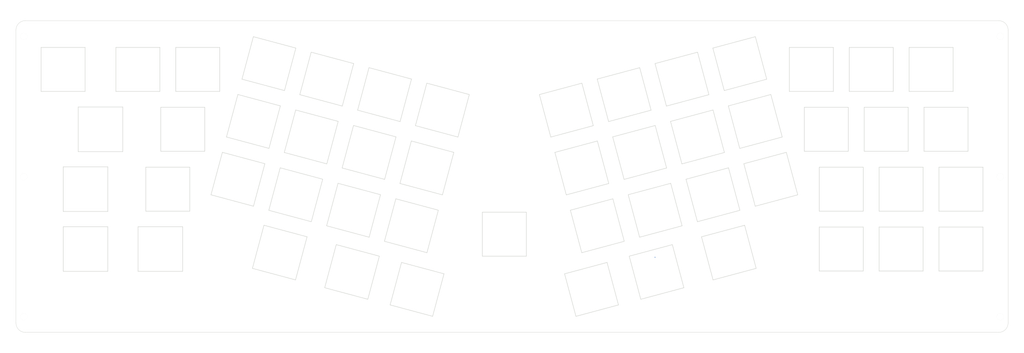
<source format=kicad_pcb>
(kicad_pcb (version 20171130) (host pcbnew "(5.1.5)-3")

  (general
    (thickness 1.6)
    (drawings 55)
    (tracks 1)
    (zones 0)
    (modules 58)
    (nets 2)
  )

  (page A3)
  (layers
    (0 F.Cu signal)
    (31 B.Cu signal)
    (32 B.Adhes user)
    (33 F.Adhes user)
    (34 B.Paste user)
    (35 F.Paste user)
    (36 B.SilkS user)
    (37 F.SilkS user)
    (38 B.Mask user)
    (39 F.Mask user)
    (40 Dwgs.User user)
    (41 Cmts.User user)
    (42 Eco1.User user)
    (43 Eco2.User user)
    (44 Edge.Cuts user)
    (45 Margin user)
    (46 B.CrtYd user)
    (47 F.CrtYd user)
    (48 B.Fab user)
    (49 F.Fab user)
  )

  (setup
    (last_trace_width 0.25)
    (user_trace_width 0.5)
    (user_trace_width 0.5)
    (trace_clearance 0.2)
    (zone_clearance 0.508)
    (zone_45_only no)
    (trace_min 0.2)
    (via_size 0.8)
    (via_drill 0.4)
    (via_min_size 0.4)
    (via_min_drill 0.3)
    (uvia_size 0.3)
    (uvia_drill 0.1)
    (uvias_allowed no)
    (uvia_min_size 0.2)
    (uvia_min_drill 0.1)
    (edge_width 0.1)
    (segment_width 0.2)
    (pcb_text_width 0.3)
    (pcb_text_size 1.5 1.5)
    (mod_edge_width 0.15)
    (mod_text_size 1 1)
    (mod_text_width 0.15)
    (pad_size 2.2 2.2)
    (pad_drill 2.2)
    (pad_to_mask_clearance 0)
    (solder_mask_min_width 0.25)
    (aux_axis_origin 0 0)
    (visible_elements 7FFFFFFF)
    (pcbplotparams
      (layerselection 0x01000_7ffffffe)
      (usegerberextensions true)
      (usegerberattributes false)
      (usegerberadvancedattributes false)
      (creategerberjobfile false)
      (excludeedgelayer true)
      (linewidth 0.100000)
      (plotframeref false)
      (viasonmask false)
      (mode 1)
      (useauxorigin false)
      (hpglpennumber 1)
      (hpglpenspeed 20)
      (hpglpendiameter 15.000000)
      (psnegative false)
      (psa4output false)
      (plotreference true)
      (plotvalue true)
      (plotinvisibletext false)
      (padsonsilk false)
      (subtractmaskfromsilk false)
      (outputformat 4)
      (mirror false)
      (drillshape 0)
      (scaleselection 1)
      (outputdirectory "C:/Users/サリチル酸/Desktop/"))
  )

  (net 0 "")
  (net 1 GND)

  (net_class Default "これはデフォルトのネット クラスです。"
    (clearance 0.2)
    (trace_width 0.25)
    (via_dia 0.8)
    (via_drill 0.4)
    (uvia_dia 0.3)
    (uvia_drill 0.1)
    (add_net GND)
  )

  (module kbd_SW_Hole:SW_Hole (layer F.Cu) (tedit 5CB3579A) (tstamp 60C795DA)
    (at 169.008711 85)
    (path /5C3D9983)
    (fp_text reference SW34 (at 7 8.1) (layer F.SilkS) hide
      (effects (font (size 1 1) (thickness 0.15)))
    )
    (fp_text value SW_PUSH (at -7.4 -8.1) (layer F.Fab) hide
      (effects (font (size 1 1) (thickness 0.15)))
    )
    (fp_line (start 9.525 9.525) (end 9.525 -9.525) (layer F.Fab) (width 0.15))
    (fp_line (start -9.525 9.525) (end 9.525 9.525) (layer F.Fab) (width 0.15))
    (fp_line (start -9.525 -9.525) (end -9.525 9.525) (layer F.Fab) (width 0.15))
    (fp_line (start 9.525 -9.525) (end -9.525 -9.525) (layer F.Fab) (width 0.15))
    (fp_line (start -7 7) (end -7 -7) (layer Edge.Cuts) (width 0.15))
    (fp_line (start 7 7) (end -7 7) (layer Edge.Cuts) (width 0.15))
    (fp_line (start 7 -7) (end 7 7) (layer Edge.Cuts) (width 0.15))
    (fp_line (start -7 -7) (end 7 -7) (layer Edge.Cuts) (width 0.15))
  )

  (module kbd_SW_Hole:SW_Hole_1.25 (layer F.Cu) (tedit 60C7589E) (tstamp 6068A642)
    (at 240.44768 90.858385 15)
    (path /5C3D00BB)
    (fp_text reference SW49 (at 7 8.1 15) (layer F.SilkS) hide
      (effects (font (size 1 1) (thickness 0.15)))
    )
    (fp_text value SW_PUSH (at -7.4 -8.1 15) (layer F.Fab) hide
      (effects (font (size 1 1) (thickness 0.15)))
    )
    (fp_line (start -7.1 -7.1) (end 7.1 -7.1) (layer Edge.Cuts) (width 0.15))
    (fp_line (start 7.1 -7.1) (end 7.1 7.1) (layer Edge.Cuts) (width 0.15))
    (fp_line (start 7.1 7.1) (end -7.1 7.1) (layer Edge.Cuts) (width 0.15))
    (fp_line (start -7.1 7.1) (end -7.1 -7.1) (layer Edge.Cuts) (width 0.15))
    (fp_line (start 11.90625 -9.525) (end -11.90625 -9.525) (layer F.Fab) (width 0.15))
    (fp_line (start -11.90625 -9.525) (end -11.90625 9.525) (layer F.Fab) (width 0.15))
    (fp_line (start -11.90625 9.525) (end 11.90625 9.525) (layer F.Fab) (width 0.15))
    (fp_line (start 11.90625 9.525) (end 11.90625 -9.525) (layer F.Fab) (width 0.15))
  )

  (module kbd_SW_Hole:SW_Hole_1.25 (layer F.Cu) (tedit 60C7589E) (tstamp 5CF70F41)
    (at 217.446571 97.021515 15)
    (path /5CAAE7E7)
    (fp_text reference SW40 (at 7.000001 8.1 15) (layer Edge.Cuts) hide
      (effects (font (size 1 1) (thickness 0.15)))
    )
    (fp_text value SW_PUSH (at -7.4 -8.1 15) (layer F.Fab) hide
      (effects (font (size 1 1) (thickness 0.15)))
    )
    (fp_line (start -7.1 -7.1) (end 7.1 -7.1) (layer Edge.Cuts) (width 0.15))
    (fp_line (start 7.1 -7.1) (end 7.1 7.1) (layer Edge.Cuts) (width 0.15))
    (fp_line (start 7.1 7.1) (end -7.1 7.1) (layer Edge.Cuts) (width 0.15))
    (fp_line (start -7.1 7.1) (end -7.1 -7.1) (layer Edge.Cuts) (width 0.15))
    (fp_line (start 11.90625 -9.525) (end -11.90625 -9.525) (layer F.Fab) (width 0.15))
    (fp_line (start -11.90625 -9.525) (end -11.90625 9.525) (layer F.Fab) (width 0.15))
    (fp_line (start -11.90625 9.525) (end 11.90625 9.525) (layer F.Fab) (width 0.15))
    (fp_line (start 11.90625 9.525) (end 11.90625 -9.525) (layer F.Fab) (width 0.15))
  )

  (module kbd_SW_Hole:SW_Hole_1.25 (layer F.Cu) (tedit 60C7589E) (tstamp 6068A853)
    (at 97.528268 90.858384 345)
    (path /5CAAE814)
    (fp_text reference SW16 (at 7.000001 8.1 345) (layer F.SilkS) hide
      (effects (font (size 1 1) (thickness 0.15)))
    )
    (fp_text value SW_PUSH (at -7.4 -8.1 345) (layer F.Fab) hide
      (effects (font (size 1 1) (thickness 0.15)))
    )
    (fp_line (start -7.1 -7.1) (end 7.1 -7.1) (layer Edge.Cuts) (width 0.15))
    (fp_line (start 7.1 -7.1) (end 7.1 7.1) (layer Edge.Cuts) (width 0.15))
    (fp_line (start 7.1 7.1) (end -7.1 7.1) (layer Edge.Cuts) (width 0.15))
    (fp_line (start -7.1 7.1) (end -7.1 -7.1) (layer Edge.Cuts) (width 0.15))
    (fp_line (start 11.90625 -9.525) (end -11.90625 -9.525) (layer F.Fab) (width 0.15))
    (fp_line (start -11.90625 -9.525) (end -11.90625 9.525) (layer F.Fab) (width 0.15))
    (fp_line (start -11.90625 9.525) (end 11.90625 9.525) (layer F.Fab) (width 0.15))
    (fp_line (start 11.90625 9.525) (end 11.90625 -9.525) (layer F.Fab) (width 0.15))
  )

  (module kbd_SW_Hole:SW_Hole_1.25 (layer F.Cu) (tedit 60C7589E) (tstamp 5D2F4C9A)
    (at 120.529377 97.021514 345)
    (fp_text reference SW2 (at 7.000001 8.1 345) (layer Edge.Cuts) hide
      (effects (font (size 1 1) (thickness 0.15)))
    )
    (fp_text value KEY_SWITCH (at -7.4 -8.1 345) (layer F.Fab) hide
      (effects (font (size 1 1) (thickness 0.15)))
    )
    (fp_line (start -7.1 -7.1) (end 7.1 -7.1) (layer Edge.Cuts) (width 0.15))
    (fp_line (start 7.1 -7.1) (end 7.1 7.1) (layer Edge.Cuts) (width 0.15))
    (fp_line (start 7.1 7.1) (end -7.1 7.1) (layer Edge.Cuts) (width 0.15))
    (fp_line (start -7.1 7.1) (end -7.1 -7.1) (layer Edge.Cuts) (width 0.15))
    (fp_line (start 11.90625 -9.525) (end -11.90625 -9.525) (layer F.Fab) (width 0.15))
    (fp_line (start -11.90625 -9.525) (end -11.90625 9.525) (layer F.Fab) (width 0.15))
    (fp_line (start -11.90625 9.525) (end 11.90625 9.525) (layer F.Fab) (width 0.15))
    (fp_line (start 11.90625 9.525) (end 11.90625 -9.525) (layer F.Fab) (width 0.15))
  )

  (module kbd_SW_Hole:SW_Hole_1.25 (layer F.Cu) (tedit 60C7589E) (tstamp 5CB90BF3)
    (at 59.53125 89.725)
    (path /5CAAE83E)
    (fp_text reference SW7 (at 7 8.1) (layer F.SilkS) hide
      (effects (font (size 1 1) (thickness 0.15)))
    )
    (fp_text value SW_PUSH (at -7.4 -8.1) (layer F.Fab) hide
      (effects (font (size 1 1) (thickness 0.15)))
    )
    (fp_line (start -7.1 -7.1) (end 7.1 -7.1) (layer Edge.Cuts) (width 0.15))
    (fp_line (start 7.1 -7.1) (end 7.1 7.1) (layer Edge.Cuts) (width 0.15))
    (fp_line (start 7.1 7.1) (end -7.1 7.1) (layer Edge.Cuts) (width 0.15))
    (fp_line (start -7.1 7.1) (end -7.1 -7.1) (layer Edge.Cuts) (width 0.15))
    (fp_line (start 11.90625 -9.525) (end -11.90625 -9.525) (layer F.Fab) (width 0.15))
    (fp_line (start -11.90625 -9.525) (end -11.90625 9.525) (layer F.Fab) (width 0.15))
    (fp_line (start -11.90625 9.525) (end 11.90625 9.525) (layer F.Fab) (width 0.15))
    (fp_line (start 11.90625 9.525) (end 11.90625 -9.525) (layer F.Fab) (width 0.15))
  )

  (module kbd_SW_Hole:SW_Hole_1.25 (layer F.Cu) (tedit 60C7589E) (tstamp 60524BCB)
    (at 35.71875 89.725)
    (path /5CAAE83E)
    (fp_text reference SW7 (at 7 8.1) (layer F.SilkS) hide
      (effects (font (size 1 1) (thickness 0.15)))
    )
    (fp_text value SW_PUSH (at -7.4 -8.1) (layer F.Fab) hide
      (effects (font (size 1 1) (thickness 0.15)))
    )
    (fp_line (start -7.1 -7.1) (end 7.1 -7.1) (layer Edge.Cuts) (width 0.15))
    (fp_line (start 7.1 -7.1) (end 7.1 7.1) (layer Edge.Cuts) (width 0.15))
    (fp_line (start 7.1 7.1) (end -7.1 7.1) (layer Edge.Cuts) (width 0.15))
    (fp_line (start -7.1 7.1) (end -7.1 -7.1) (layer Edge.Cuts) (width 0.15))
    (fp_line (start 11.90625 -9.525) (end -11.90625 -9.525) (layer F.Fab) (width 0.15))
    (fp_line (start -11.90625 -9.525) (end -11.90625 9.525) (layer F.Fab) (width 0.15))
    (fp_line (start -11.90625 9.525) (end 11.90625 9.525) (layer F.Fab) (width 0.15))
    (fp_line (start 11.90625 9.525) (end 11.90625 -9.525) (layer F.Fab) (width 0.15))
  )

  (module kbd_SW_Hole:SW_Hole_1.75 (layer F.Cu) (tedit 60C758C9) (tstamp 5CF70F1B)
    (at 35.71875 70.675)
    (path /5CAAE847)
    (fp_text reference SW6 (at 7 8.1) (layer Edge.Cuts) hide
      (effects (font (size 1 1) (thickness 0.15)))
    )
    (fp_text value SW_PUSH (at -7.4 -8.1) (layer F.Fab) hide
      (effects (font (size 1 1) (thickness 0.15)))
    )
    (fp_line (start -7.1 -7.1) (end 7.1 -7.1) (layer Edge.Cuts) (width 0.15))
    (fp_line (start 7.1 -7.1) (end 7.1 7.1) (layer Edge.Cuts) (width 0.15))
    (fp_line (start 7.1 7.1) (end -7.1 7.1) (layer Edge.Cuts) (width 0.15))
    (fp_line (start -7.1 7.1) (end -7.1 -7.1) (layer Edge.Cuts) (width 0.15))
    (fp_line (start 16.66875 -9.525) (end -16.66875 -9.525) (layer F.Fab) (width 0.15))
    (fp_line (start -16.66875 -9.525) (end -16.66875 9.525) (layer F.Fab) (width 0.15))
    (fp_line (start -16.66875 9.525) (end 16.66875 9.525) (layer F.Fab) (width 0.15))
    (fp_line (start 16.66875 9.525) (end 16.66875 -9.525) (layer F.Fab) (width 0.15))
  )

  (module kbd_SW_Hole:SW_Hole_1.75 (layer F.Cu) (tedit 60C758C9) (tstamp 5CB90C09)
    (at 40.48125 51.625)
    (path /5C6AB630)
    (fp_text reference SW5 (at 7 8.1) (layer F.SilkS) hide
      (effects (font (size 1 1) (thickness 0.15)))
    )
    (fp_text value SW_PUSH (at -7.4 -8.1) (layer F.Fab) hide
      (effects (font (size 1 1) (thickness 0.15)))
    )
    (fp_line (start -7.1 -7.1) (end 7.1 -7.1) (layer Edge.Cuts) (width 0.15))
    (fp_line (start 7.1 -7.1) (end 7.1 7.1) (layer Edge.Cuts) (width 0.15))
    (fp_line (start 7.1 7.1) (end -7.1 7.1) (layer Edge.Cuts) (width 0.15))
    (fp_line (start -7.1 7.1) (end -7.1 -7.1) (layer Edge.Cuts) (width 0.15))
    (fp_line (start 16.66875 -9.525) (end -16.66875 -9.525) (layer F.Fab) (width 0.15))
    (fp_line (start -16.66875 -9.525) (end -16.66875 9.525) (layer F.Fab) (width 0.15))
    (fp_line (start -16.66875 9.525) (end 16.66875 9.525) (layer F.Fab) (width 0.15))
    (fp_line (start 16.66875 9.525) (end 16.66875 -9.525) (layer F.Fab) (width 0.15))
  )

  (module kbd_SW_Hole:SW_Hole (layer F.Cu) (tedit 5CB3579A) (tstamp 5CB90A88)
    (at 314.31875 89.725)
    (path /5CAAE781)
    (fp_text reference SW64 (at 7 8.1) (layer F.SilkS) hide
      (effects (font (size 1 1) (thickness 0.15)))
    )
    (fp_text value SW_PUSH (at -7.4 -8.1) (layer F.Fab) hide
      (effects (font (size 1 1) (thickness 0.15)))
    )
    (fp_line (start -7 -7) (end 7 -7) (layer Edge.Cuts) (width 0.15))
    (fp_line (start 7 -7) (end 7 7) (layer Edge.Cuts) (width 0.15))
    (fp_line (start 7 7) (end -7 7) (layer Edge.Cuts) (width 0.15))
    (fp_line (start -7 7) (end -7 -7) (layer Edge.Cuts) (width 0.15))
    (fp_line (start 9.525 -9.525) (end -9.525 -9.525) (layer F.Fab) (width 0.15))
    (fp_line (start -9.525 -9.525) (end -9.525 9.525) (layer F.Fab) (width 0.15))
    (fp_line (start -9.525 9.525) (end 9.525 9.525) (layer F.Fab) (width 0.15))
    (fp_line (start 9.525 9.525) (end 9.525 -9.525) (layer F.Fab) (width 0.15))
  )

  (module kbd_SW_Hole:SW_Hole (layer F.Cu) (tedit 5CB3579A) (tstamp 5CB90A7D)
    (at 314.31875 70.675)
    (path /5CAAE77A)
    (fp_text reference SW63 (at 7 8.1) (layer F.SilkS) hide
      (effects (font (size 1 1) (thickness 0.15)))
    )
    (fp_text value SW_PUSH (at -7.4 -8.1) (layer F.Fab) hide
      (effects (font (size 1 1) (thickness 0.15)))
    )
    (fp_line (start -7 -7) (end 7 -7) (layer Edge.Cuts) (width 0.15))
    (fp_line (start 7 -7) (end 7 7) (layer Edge.Cuts) (width 0.15))
    (fp_line (start 7 7) (end -7 7) (layer Edge.Cuts) (width 0.15))
    (fp_line (start -7 7) (end -7 -7) (layer Edge.Cuts) (width 0.15))
    (fp_line (start 9.525 -9.525) (end -9.525 -9.525) (layer F.Fab) (width 0.15))
    (fp_line (start -9.525 -9.525) (end -9.525 9.525) (layer F.Fab) (width 0.15))
    (fp_line (start -9.525 9.525) (end 9.525 9.525) (layer F.Fab) (width 0.15))
    (fp_line (start 9.525 9.525) (end 9.525 -9.525) (layer F.Fab) (width 0.15))
  )

  (module kbd_SW_Hole:SW_Hole (layer F.Cu) (tedit 5CB3579A) (tstamp 5CB90A72)
    (at 309.56875 51.625)
    (path /5CAAE770)
    (fp_text reference SW62 (at 7 8.1) (layer F.SilkS) hide
      (effects (font (size 1 1) (thickness 0.15)))
    )
    (fp_text value SW_PUSH (at -7.4 -8.1) (layer F.Fab) hide
      (effects (font (size 1 1) (thickness 0.15)))
    )
    (fp_line (start -7 -7) (end 7 -7) (layer Edge.Cuts) (width 0.15))
    (fp_line (start 7 -7) (end 7 7) (layer Edge.Cuts) (width 0.15))
    (fp_line (start 7 7) (end -7 7) (layer Edge.Cuts) (width 0.15))
    (fp_line (start -7 7) (end -7 -7) (layer Edge.Cuts) (width 0.15))
    (fp_line (start 9.525 -9.525) (end -9.525 -9.525) (layer F.Fab) (width 0.15))
    (fp_line (start -9.525 -9.525) (end -9.525 9.525) (layer F.Fab) (width 0.15))
    (fp_line (start -9.525 9.525) (end 9.525 9.525) (layer F.Fab) (width 0.15))
    (fp_line (start 9.525 9.525) (end 9.525 -9.525) (layer F.Fab) (width 0.15))
  )

  (module kbd_SW_Hole:SW_Hole (layer F.Cu) (tedit 5CB3579A) (tstamp 5CB90A67)
    (at 304.81875 32.575)
    (path /5C6AC424)
    (fp_text reference SW61 (at 7 8.1) (layer F.SilkS) hide
      (effects (font (size 1 1) (thickness 0.15)))
    )
    (fp_text value SW_PUSH (at -7.4 -8.1) (layer F.Fab) hide
      (effects (font (size 1 1) (thickness 0.15)))
    )
    (fp_line (start -7 -7) (end 7 -7) (layer Edge.Cuts) (width 0.15))
    (fp_line (start 7 -7) (end 7 7) (layer Edge.Cuts) (width 0.15))
    (fp_line (start 7 7) (end -7 7) (layer Edge.Cuts) (width 0.15))
    (fp_line (start -7 7) (end -7 -7) (layer Edge.Cuts) (width 0.15))
    (fp_line (start 9.525 -9.525) (end -9.525 -9.525) (layer F.Fab) (width 0.15))
    (fp_line (start -9.525 -9.525) (end -9.525 9.525) (layer F.Fab) (width 0.15))
    (fp_line (start -9.525 9.525) (end 9.525 9.525) (layer F.Fab) (width 0.15))
    (fp_line (start 9.525 9.525) (end 9.525 -9.525) (layer F.Fab) (width 0.15))
  )

  (module kbd_SW_Hole:SW_Hole (layer F.Cu) (tedit 5CB3579A) (tstamp 5CB90C14)
    (at 52.3875 32.575)
    (path /5C3DCE96)
    (fp_text reference SW4 (at 7 8.1) (layer F.SilkS) hide
      (effects (font (size 1 1) (thickness 0.15)))
    )
    (fp_text value SW_PUSH (at -7.4 -8.1) (layer F.Fab) hide
      (effects (font (size 1 1) (thickness 0.15)))
    )
    (fp_line (start -7 -7) (end 7 -7) (layer Edge.Cuts) (width 0.15))
    (fp_line (start 7 -7) (end 7 7) (layer Edge.Cuts) (width 0.15))
    (fp_line (start 7 7) (end -7 7) (layer Edge.Cuts) (width 0.15))
    (fp_line (start -7 7) (end -7 -7) (layer Edge.Cuts) (width 0.15))
    (fp_line (start 9.525 -9.525) (end -9.525 -9.525) (layer F.Fab) (width 0.15))
    (fp_line (start -9.525 -9.525) (end -9.525 9.525) (layer F.Fab) (width 0.15))
    (fp_line (start -9.525 9.525) (end 9.525 9.525) (layer F.Fab) (width 0.15))
    (fp_line (start 9.525 9.525) (end 9.525 -9.525) (layer F.Fab) (width 0.15))
  )

  (module kbd_SW_Hole:SW_Hole (layer F.Cu) (tedit 5CB3579A) (tstamp 5CB90A0F)
    (at 196.745574 102.568329 15)
    (path /5C3DF130)
    (fp_text reference SW35 (at 7 8.1 15) (layer F.SilkS) hide
      (effects (font (size 1 1) (thickness 0.15)))
    )
    (fp_text value SW_PUSH (at -7.4 -8.1 15) (layer F.Fab) hide
      (effects (font (size 1 1) (thickness 0.15)))
    )
    (fp_line (start -7 -7) (end 7 -7) (layer Edge.Cuts) (width 0.15))
    (fp_line (start 7 -7) (end 7 7) (layer Edge.Cuts) (width 0.15))
    (fp_line (start 7 7) (end -7 7) (layer Edge.Cuts) (width 0.15))
    (fp_line (start -7 7) (end -7 -7) (layer Edge.Cuts) (width 0.15))
    (fp_line (start 9.525 -9.525) (end -9.525 -9.525) (layer F.Fab) (width 0.15))
    (fp_line (start -9.525 -9.525) (end -9.525 9.525) (layer F.Fab) (width 0.15))
    (fp_line (start -9.525 9.525) (end 9.525 9.525) (layer F.Fab) (width 0.15))
    (fp_line (start 9.525 9.525) (end 9.525 -9.525) (layer F.Fab) (width 0.15))
  )

  (module kbd_SW_Hole:SW_Hole (layer F.Cu) (tedit 5CB3579A) (tstamp 5CB909C2)
    (at 144.353326 63.917617 345)
    (path /5C3DEE7C)
    (fp_text reference SW28 (at 7.000001 8.1 345) (layer F.SilkS) hide
      (effects (font (size 1 1) (thickness 0.15)))
    )
    (fp_text value SW_PUSH (at -7.4 -8.1 345) (layer F.Fab) hide
      (effects (font (size 1 1) (thickness 0.15)))
    )
    (fp_line (start -7 -7) (end 7 -7) (layer Edge.Cuts) (width 0.15))
    (fp_line (start 7 -7) (end 7 7) (layer Edge.Cuts) (width 0.15))
    (fp_line (start 7 7) (end -7 7) (layer Edge.Cuts) (width 0.15))
    (fp_line (start -7 7) (end -7 -7) (layer Edge.Cuts) (width 0.15))
    (fp_line (start 9.525 -9.525) (end -9.525 -9.525) (layer F.Fab) (width 0.15))
    (fp_line (start -9.525 -9.525) (end -9.525 9.525) (layer F.Fab) (width 0.15))
    (fp_line (start -9.525 9.525) (end 9.525 9.525) (layer F.Fab) (width 0.15))
    (fp_line (start 9.525 9.525) (end 9.525 -9.525) (layer F.Fab) (width 0.15))
  )

  (module kbd_SW_Hole:SW_Hole (layer F.Cu) (tedit 5CB3579A) (tstamp 5CB90A3B)
    (at 149.283828 45.51673 345)
    (path /5C3D98D7)
    (fp_text reference SW27 (at 7.000001 8.1 345) (layer F.SilkS) hide
      (effects (font (size 1 1) (thickness 0.15)))
    )
    (fp_text value SW_PUSH (at -7.4 -8.1 345) (layer F.Fab) hide
      (effects (font (size 1 1) (thickness 0.15)))
    )
    (fp_line (start -7 -7) (end 7 -7) (layer Edge.Cuts) (width 0.15))
    (fp_line (start 7 -7) (end 7 7) (layer Edge.Cuts) (width 0.15))
    (fp_line (start 7 7) (end -7 7) (layer Edge.Cuts) (width 0.15))
    (fp_line (start -7 7) (end -7 -7) (layer Edge.Cuts) (width 0.15))
    (fp_line (start 9.525 -9.525) (end -9.525 -9.525) (layer F.Fab) (width 0.15))
    (fp_line (start -9.525 -9.525) (end -9.525 9.525) (layer F.Fab) (width 0.15))
    (fp_line (start -9.525 9.525) (end 9.525 9.525) (layer F.Fab) (width 0.15))
    (fp_line (start 9.525 9.525) (end 9.525 -9.525) (layer F.Fab) (width 0.15))
  )

  (module kbd_SW_Hole:SW_Hole (layer F.Cu) (tedit 5CB3579A) (tstamp 5CB909F9)
    (at 295.26875 89.725)
    (path /5C3DC01F)
    (fp_text reference SW59 (at 7 8.1) (layer F.SilkS) hide
      (effects (font (size 1 1) (thickness 0.15)))
    )
    (fp_text value SW_PUSH (at -7.4 -8.1) (layer F.Fab) hide
      (effects (font (size 1 1) (thickness 0.15)))
    )
    (fp_line (start -7 -7) (end 7 -7) (layer Edge.Cuts) (width 0.15))
    (fp_line (start 7 -7) (end 7 7) (layer Edge.Cuts) (width 0.15))
    (fp_line (start 7 7) (end -7 7) (layer Edge.Cuts) (width 0.15))
    (fp_line (start -7 7) (end -7 -7) (layer Edge.Cuts) (width 0.15))
    (fp_line (start 9.525 -9.525) (end -9.525 -9.525) (layer F.Fab) (width 0.15))
    (fp_line (start -9.525 -9.525) (end -9.525 9.525) (layer F.Fab) (width 0.15))
    (fp_line (start -9.525 9.525) (end 9.525 9.525) (layer F.Fab) (width 0.15))
    (fp_line (start 9.525 9.525) (end 9.525 -9.525) (layer F.Fab) (width 0.15))
  )

  (module kbd_SW_Hole:SW_Hole (layer F.Cu) (tedit 5CB3579A) (tstamp 5CB90C4B)
    (at 216.995485 77.388001 15)
    (path /5CAAE7F0)
    (fp_text reference SW39 (at 7 8.1 15) (layer F.SilkS) hide
      (effects (font (size 1 1) (thickness 0.15)))
    )
    (fp_text value SW_PUSH (at -7.4 -8.1 15) (layer F.Fab) hide
      (effects (font (size 1 1) (thickness 0.15)))
    )
    (fp_line (start -7 -7) (end 7 -7) (layer Edge.Cuts) (width 0.15))
    (fp_line (start 7 -7) (end 7 7) (layer Edge.Cuts) (width 0.15))
    (fp_line (start 7 7) (end -7 7) (layer Edge.Cuts) (width 0.15))
    (fp_line (start -7 7) (end -7 -7) (layer Edge.Cuts) (width 0.15))
    (fp_line (start 9.525 -9.525) (end -9.525 -9.525) (layer F.Fab) (width 0.15))
    (fp_line (start -9.525 -9.525) (end -9.525 9.525) (layer F.Fab) (width 0.15))
    (fp_line (start -9.525 9.525) (end 9.525 9.525) (layer F.Fab) (width 0.15))
    (fp_line (start 9.525 9.525) (end 9.525 -9.525) (layer F.Fab) (width 0.15))
  )

  (module kbd_SW_Hole:SW_Hole (layer F.Cu) (tedit 5CB3579A) (tstamp 5CB90C40)
    (at 89.150665 49.126109 345)
    (path /5CAAE803)
    (fp_text reference SW14 (at 7.000001 8.1 345) (layer F.SilkS) hide
      (effects (font (size 1 1) (thickness 0.15)))
    )
    (fp_text value SW_PUSH (at -7.4 -8.1 345) (layer F.Fab) hide
      (effects (font (size 1 1) (thickness 0.15)))
    )
    (fp_line (start -7 -7) (end 7 -7) (layer Edge.Cuts) (width 0.15))
    (fp_line (start 7 -7) (end 7 7) (layer Edge.Cuts) (width 0.15))
    (fp_line (start 7 7) (end -7 7) (layer Edge.Cuts) (width 0.15))
    (fp_line (start -7 7) (end -7 -7) (layer Edge.Cuts) (width 0.15))
    (fp_line (start 9.525 -9.525) (end -9.525 -9.525) (layer F.Fab) (width 0.15))
    (fp_line (start -9.525 -9.525) (end -9.525 9.525) (layer F.Fab) (width 0.15))
    (fp_line (start -9.525 9.525) (end 9.525 9.525) (layer F.Fab) (width 0.15))
    (fp_line (start 9.525 9.525) (end 9.525 -9.525) (layer F.Fab) (width 0.15))
  )

  (module kbd_SW_Hole:SW_Hole (layer F.Cu) (tedit 5CB3579A) (tstamp 5CB90BDD)
    (at 71.4375 32.575)
    (path /5BF16D93)
    (fp_text reference SW9 (at 7 8.1) (layer F.SilkS) hide
      (effects (font (size 1 1) (thickness 0.15)))
    )
    (fp_text value SW_PUSH (at -7.4 -8.1) (layer F.Fab) hide
      (effects (font (size 1 1) (thickness 0.15)))
    )
    (fp_line (start -7 -7) (end 7 -7) (layer Edge.Cuts) (width 0.15))
    (fp_line (start 7 -7) (end 7 7) (layer Edge.Cuts) (width 0.15))
    (fp_line (start 7 7) (end -7 7) (layer Edge.Cuts) (width 0.15))
    (fp_line (start -7 7) (end -7 -7) (layer Edge.Cuts) (width 0.15))
    (fp_line (start 9.525 -9.525) (end -9.525 -9.525) (layer F.Fab) (width 0.15))
    (fp_line (start -9.525 -9.525) (end -9.525 9.525) (layer F.Fab) (width 0.15))
    (fp_line (start -9.525 9.525) (end 9.525 9.525) (layer F.Fab) (width 0.15))
    (fp_line (start 9.525 9.525) (end 9.525 -9.525) (layer F.Fab) (width 0.15))
  )

  (module kbd_SW_Hole:SW_Hole (layer F.Cu) (tedit 5CB3579A) (tstamp 5CB90BD2)
    (at 66.675 51.625)
    (path /5BF16F8B)
    (fp_text reference SW10 (at 7 8.1) (layer F.SilkS) hide
      (effects (font (size 1 1) (thickness 0.15)))
    )
    (fp_text value SW_PUSH (at -7.4 -8.1) (layer F.Fab) hide
      (effects (font (size 1 1) (thickness 0.15)))
    )
    (fp_line (start -7 -7) (end 7 -7) (layer Edge.Cuts) (width 0.15))
    (fp_line (start 7 -7) (end 7 7) (layer Edge.Cuts) (width 0.15))
    (fp_line (start 7 7) (end -7 7) (layer Edge.Cuts) (width 0.15))
    (fp_line (start -7 7) (end -7 -7) (layer Edge.Cuts) (width 0.15))
    (fp_line (start 9.525 -9.525) (end -9.525 -9.525) (layer F.Fab) (width 0.15))
    (fp_line (start -9.525 -9.525) (end -9.525 9.525) (layer F.Fab) (width 0.15))
    (fp_line (start -9.525 9.525) (end 9.525 9.525) (layer F.Fab) (width 0.15))
    (fp_line (start 9.525 9.525) (end 9.525 -9.525) (layer F.Fab) (width 0.15))
  )

  (module kbd_SW_Hole:SW_Hole (layer F.Cu) (tedit 5CB3579A) (tstamp 5CB90BC7)
    (at 61.9125 70.675)
    (path /5C3DCEFA)
    (fp_text reference SW11 (at 7 8.1) (layer F.SilkS) hide
      (effects (font (size 1 1) (thickness 0.15)))
    )
    (fp_text value SW_PUSH (at -7.4 -8.1) (layer F.Fab) hide
      (effects (font (size 1 1) (thickness 0.15)))
    )
    (fp_line (start -7 -7) (end 7 -7) (layer Edge.Cuts) (width 0.15))
    (fp_line (start 7 -7) (end 7 7) (layer Edge.Cuts) (width 0.15))
    (fp_line (start 7 7) (end -7 7) (layer Edge.Cuts) (width 0.15))
    (fp_line (start -7 7) (end -7 -7) (layer Edge.Cuts) (width 0.15))
    (fp_line (start 9.525 -9.525) (end -9.525 -9.525) (layer F.Fab) (width 0.15))
    (fp_line (start -9.525 -9.525) (end -9.525 9.525) (layer F.Fab) (width 0.15))
    (fp_line (start -9.525 9.525) (end 9.525 9.525) (layer F.Fab) (width 0.15))
    (fp_line (start 9.525 9.525) (end 9.525 -9.525) (layer F.Fab) (width 0.15))
  )

  (module kbd_SW_Hole:SW_Hole (layer F.Cu) (tedit 5CB3579A) (tstamp 5CB90BA6)
    (at 193.664094 63.917618 15)
    (path /5C3CFFD8)
    (fp_text reference SW33 (at 7 8.1 15) (layer F.SilkS) hide
      (effects (font (size 1 1) (thickness 0.15)))
    )
    (fp_text value SW_PUSH (at -7.4 -8.1 15) (layer F.Fab) hide
      (effects (font (size 1 1) (thickness 0.15)))
    )
    (fp_line (start -7 -7) (end 7 -7) (layer Edge.Cuts) (width 0.15))
    (fp_line (start 7 -7) (end 7 7) (layer Edge.Cuts) (width 0.15))
    (fp_line (start 7 7) (end -7 7) (layer Edge.Cuts) (width 0.15))
    (fp_line (start -7 7) (end -7 -7) (layer Edge.Cuts) (width 0.15))
    (fp_line (start 9.525 -9.525) (end -9.525 -9.525) (layer F.Fab) (width 0.15))
    (fp_line (start -9.525 -9.525) (end -9.525 9.525) (layer F.Fab) (width 0.15))
    (fp_line (start -9.525 9.525) (end 9.525 9.525) (layer F.Fab) (width 0.15))
    (fp_line (start 9.525 9.525) (end 9.525 -9.525) (layer F.Fab) (width 0.15))
  )

  (module kbd_SW_Hole:SW_Hole (layer F.Cu) (tedit 5CB3579A) (tstamp 5CB90B9B)
    (at 225.535365 35.655724 15)
    (path /5C3D99DB)
    (fp_text reference SW42 (at 7 8.1 15) (layer F.SilkS) hide
      (effects (font (size 1 1) (thickness 0.15)))
    )
    (fp_text value SW_PUSH (at -7.4 -8.1 15) (layer F.Fab) hide
      (effects (font (size 1 1) (thickness 0.15)))
    )
    (fp_line (start -7 -7) (end 7 -7) (layer Edge.Cuts) (width 0.15))
    (fp_line (start 7 -7) (end 7 7) (layer Edge.Cuts) (width 0.15))
    (fp_line (start 7 7) (end -7 7) (layer Edge.Cuts) (width 0.15))
    (fp_line (start -7 7) (end -7 -7) (layer Edge.Cuts) (width 0.15))
    (fp_line (start 9.525 -9.525) (end -9.525 -9.525) (layer F.Fab) (width 0.15))
    (fp_line (start -9.525 -9.525) (end -9.525 9.525) (layer F.Fab) (width 0.15))
    (fp_line (start -9.525 9.525) (end 9.525 9.525) (layer F.Fab) (width 0.15))
    (fp_line (start 9.525 9.525) (end 9.525 -9.525) (layer F.Fab) (width 0.15))
  )

  (module kbd_SW_Hole:SW_Hole (layer F.Cu) (tedit 5CB3579A) (tstamp 5CB90B90)
    (at 285.76875 32.575)
    (path /5CAAE7B3)
    (fp_text reference SW56 (at 7 8.1) (layer F.SilkS) hide
      (effects (font (size 1 1) (thickness 0.15)))
    )
    (fp_text value SW_PUSH (at -7.4 -8.1) (layer F.Fab) hide
      (effects (font (size 1 1) (thickness 0.15)))
    )
    (fp_line (start -7 -7) (end 7 -7) (layer Edge.Cuts) (width 0.15))
    (fp_line (start 7 -7) (end 7 7) (layer Edge.Cuts) (width 0.15))
    (fp_line (start 7 7) (end -7 7) (layer Edge.Cuts) (width 0.15))
    (fp_line (start -7 7) (end -7 -7) (layer Edge.Cuts) (width 0.15))
    (fp_line (start 9.525 -9.525) (end -9.525 -9.525) (layer F.Fab) (width 0.15))
    (fp_line (start -9.525 -9.525) (end -9.525 9.525) (layer F.Fab) (width 0.15))
    (fp_line (start -9.525 9.525) (end 9.525 9.525) (layer F.Fab) (width 0.15))
    (fp_line (start 9.525 9.525) (end 9.525 -9.525) (layer F.Fab) (width 0.15))
  )

  (module kbd_SW_Hole:SW_Hole (layer F.Cu) (tedit 5CB3579A) (tstamp 5CB90B7A)
    (at 276.21875 89.725)
    (path /5CAAE7C5)
    (fp_text reference SW54 (at 7 8.1) (layer F.SilkS) hide
      (effects (font (size 1 1) (thickness 0.15)))
    )
    (fp_text value SW_PUSH (at -7.4 -8.1) (layer F.Fab) hide
      (effects (font (size 1 1) (thickness 0.15)))
    )
    (fp_line (start -7 -7) (end 7 -7) (layer Edge.Cuts) (width 0.15))
    (fp_line (start 7 -7) (end 7 7) (layer Edge.Cuts) (width 0.15))
    (fp_line (start 7 7) (end -7 7) (layer Edge.Cuts) (width 0.15))
    (fp_line (start -7 7) (end -7 -7) (layer Edge.Cuts) (width 0.15))
    (fp_line (start 9.525 -9.525) (end -9.525 -9.525) (layer F.Fab) (width 0.15))
    (fp_line (start -9.525 -9.525) (end -9.525 9.525) (layer F.Fab) (width 0.15))
    (fp_line (start -9.525 9.525) (end 9.525 9.525) (layer F.Fab) (width 0.15))
    (fp_line (start 9.525 9.525) (end 9.525 -9.525) (layer F.Fab) (width 0.15))
  )

  (module kbd_SW_Hole:SW_Hole (layer F.Cu) (tedit 5CB3579A) (tstamp 5CB90B6F)
    (at 276.21875 70.675)
    (path /5C6AC0DC)
    (fp_text reference SW53 (at 7 8.1) (layer F.SilkS) hide
      (effects (font (size 1 1) (thickness 0.15)))
    )
    (fp_text value SW_PUSH (at -7.4 -8.1) (layer F.Fab) hide
      (effects (font (size 1 1) (thickness 0.15)))
    )
    (fp_line (start -7 -7) (end 7 -7) (layer Edge.Cuts) (width 0.15))
    (fp_line (start 7 -7) (end 7 7) (layer Edge.Cuts) (width 0.15))
    (fp_line (start 7 7) (end -7 7) (layer Edge.Cuts) (width 0.15))
    (fp_line (start -7 7) (end -7 -7) (layer Edge.Cuts) (width 0.15))
    (fp_line (start 9.525 -9.525) (end -9.525 -9.525) (layer F.Fab) (width 0.15))
    (fp_line (start -9.525 -9.525) (end -9.525 9.525) (layer F.Fab) (width 0.15))
    (fp_line (start -9.525 9.525) (end 9.525 9.525) (layer F.Fab) (width 0.15))
    (fp_line (start 9.525 9.525) (end 9.525 -9.525) (layer F.Fab) (width 0.15))
  )

  (module kbd_SW_Hole:SW_Hole (layer F.Cu) (tedit 5CB3579A) (tstamp 5CB90B64)
    (at 84.220162 67.526996 345)
    (path /5CAAE80D)
    (fp_text reference SW15 (at 7.000001 8.1 345) (layer F.SilkS) hide
      (effects (font (size 1 1) (thickness 0.15)))
    )
    (fp_text value SW_PUSH (at -7.4 -8.1 345) (layer F.Fab) hide
      (effects (font (size 1 1) (thickness 0.15)))
    )
    (fp_line (start -7 -7) (end 7 -7) (layer Edge.Cuts) (width 0.15))
    (fp_line (start 7 -7) (end 7 7) (layer Edge.Cuts) (width 0.15))
    (fp_line (start 7 7) (end -7 7) (layer Edge.Cuts) (width 0.15))
    (fp_line (start -7 7) (end -7 -7) (layer Edge.Cuts) (width 0.15))
    (fp_line (start 9.525 -9.525) (end -9.525 -9.525) (layer F.Fab) (width 0.15))
    (fp_line (start -9.525 -9.525) (end -9.525 9.525) (layer F.Fab) (width 0.15))
    (fp_line (start -9.525 9.525) (end 9.525 9.525) (layer F.Fab) (width 0.15))
    (fp_line (start 9.525 9.525) (end 9.525 -9.525) (layer F.Fab) (width 0.15))
  )

  (module kbd_SW_Hole:SW_Hole (layer F.Cu) (tedit 5CB3579A) (tstamp 5CB90B59)
    (at 94.081167 30.725222 345)
    (path /5C6AB742)
    (fp_text reference SW13 (at 7.000001 8.1 345) (layer F.SilkS) hide
      (effects (font (size 1 1) (thickness 0.15)))
    )
    (fp_text value SW_PUSH (at -7.4 -8.1 345) (layer F.Fab) hide
      (effects (font (size 1 1) (thickness 0.15)))
    )
    (fp_line (start -7 -7) (end 7 -7) (layer Edge.Cuts) (width 0.15))
    (fp_line (start 7 -7) (end 7 7) (layer Edge.Cuts) (width 0.15))
    (fp_line (start 7 7) (end -7 7) (layer Edge.Cuts) (width 0.15))
    (fp_line (start -7 7) (end -7 -7) (layer Edge.Cuts) (width 0.15))
    (fp_line (start 9.525 -9.525) (end -9.525 -9.525) (layer F.Fab) (width 0.15))
    (fp_line (start -9.525 -9.525) (end -9.525 9.525) (layer F.Fab) (width 0.15))
    (fp_line (start -9.525 9.525) (end 9.525 9.525) (layer F.Fab) (width 0.15))
    (fp_line (start 9.525 9.525) (end 9.525 -9.525) (layer F.Fab) (width 0.15))
  )

  (module kbd_SW_Hole:SW_Hole (layer F.Cu) (tedit 5CB3579A) (tstamp 5CB90B38)
    (at 253.797259 67.526995 15)
    (path /5CAAE7AC)
    (fp_text reference SW48 (at 7 8.1 15) (layer F.SilkS) hide
      (effects (font (size 1 1) (thickness 0.15)))
    )
    (fp_text value SW_PUSH (at -7.4 -8.1 15) (layer F.Fab) hide
      (effects (font (size 1 1) (thickness 0.15)))
    )
    (fp_line (start -7 -7) (end 7 -7) (layer Edge.Cuts) (width 0.15))
    (fp_line (start 7 -7) (end 7 7) (layer Edge.Cuts) (width 0.15))
    (fp_line (start 7 7) (end -7 7) (layer Edge.Cuts) (width 0.15))
    (fp_line (start -7 7) (end -7 -7) (layer Edge.Cuts) (width 0.15))
    (fp_line (start 9.525 -9.525) (end -9.525 -9.525) (layer F.Fab) (width 0.15))
    (fp_line (start -9.525 -9.525) (end -9.525 9.525) (layer F.Fab) (width 0.15))
    (fp_line (start -9.525 9.525) (end 9.525 9.525) (layer F.Fab) (width 0.15))
    (fp_line (start 9.525 9.525) (end 9.525 -9.525) (layer F.Fab) (width 0.15))
  )

  (module kbd_SW_Hole:SW_Hole (layer F.Cu) (tedit 5CB3579A) (tstamp 5CB90B2D)
    (at 248.866756 49.126108 15)
    (path /5CAAE7A5)
    (fp_text reference SW47 (at 7 8.1 15) (layer F.SilkS) hide
      (effects (font (size 1 1) (thickness 0.15)))
    )
    (fp_text value SW_PUSH (at -7.4 -8.1 15) (layer F.Fab) hide
      (effects (font (size 1 1) (thickness 0.15)))
    )
    (fp_line (start -7 -7) (end 7 -7) (layer Edge.Cuts) (width 0.15))
    (fp_line (start 7 -7) (end 7 7) (layer Edge.Cuts) (width 0.15))
    (fp_line (start 7 7) (end -7 7) (layer Edge.Cuts) (width 0.15))
    (fp_line (start -7 7) (end -7 -7) (layer Edge.Cuts) (width 0.15))
    (fp_line (start 9.525 -9.525) (end -9.525 -9.525) (layer F.Fab) (width 0.15))
    (fp_line (start -9.525 -9.525) (end -9.525 9.525) (layer F.Fab) (width 0.15))
    (fp_line (start -9.525 9.525) (end 9.525 9.525) (layer F.Fab) (width 0.15))
    (fp_line (start 9.525 9.525) (end 9.525 -9.525) (layer F.Fab) (width 0.15))
  )

  (module kbd_SW_Hole:SW_Hole (layer F.Cu) (tedit 5CB3579A) (tstamp 5CB90B22)
    (at 243.936252 30.725222 15)
    (path /5CAAE79B)
    (fp_text reference SW46 (at 7 8.1 15) (layer F.SilkS) hide
      (effects (font (size 1 1) (thickness 0.15)))
    )
    (fp_text value SW_PUSH (at -7.4 -8.1 15) (layer F.Fab) hide
      (effects (font (size 1 1) (thickness 0.15)))
    )
    (fp_line (start -7 -7) (end 7 -7) (layer Edge.Cuts) (width 0.15))
    (fp_line (start 7 -7) (end 7 7) (layer Edge.Cuts) (width 0.15))
    (fp_line (start 7 7) (end -7 7) (layer Edge.Cuts) (width 0.15))
    (fp_line (start -7 7) (end -7 -7) (layer Edge.Cuts) (width 0.15))
    (fp_line (start 9.525 -9.525) (end -9.525 -9.525) (layer F.Fab) (width 0.15))
    (fp_line (start -9.525 -9.525) (end -9.525 9.525) (layer F.Fab) (width 0.15))
    (fp_line (start -9.525 9.525) (end 9.525 9.525) (layer F.Fab) (width 0.15))
    (fp_line (start 9.525 9.525) (end 9.525 -9.525) (layer F.Fab) (width 0.15))
  )

  (module kbd_SW_Hole:SW_Hole (layer F.Cu) (tedit 5CB3579A) (tstamp 5CB90B0C)
    (at 235.396372 72.457498 15)
    (path /5C3DEF56)
    (fp_text reference SW44 (at 7 8.1 15) (layer F.SilkS) hide
      (effects (font (size 1 1) (thickness 0.15)))
    )
    (fp_text value SW_PUSH (at -7.4 -8.1 15) (layer F.Fab) hide
      (effects (font (size 1 1) (thickness 0.15)))
    )
    (fp_line (start -7 -7) (end 7 -7) (layer Edge.Cuts) (width 0.15))
    (fp_line (start 7 -7) (end 7 7) (layer Edge.Cuts) (width 0.15))
    (fp_line (start 7 7) (end -7 7) (layer Edge.Cuts) (width 0.15))
    (fp_line (start -7 7) (end -7 -7) (layer Edge.Cuts) (width 0.15))
    (fp_line (start 9.525 -9.525) (end -9.525 -9.525) (layer F.Fab) (width 0.15))
    (fp_line (start -9.525 -9.525) (end -9.525 9.525) (layer F.Fab) (width 0.15))
    (fp_line (start -9.525 9.525) (end 9.525 9.525) (layer F.Fab) (width 0.15))
    (fp_line (start 9.525 9.525) (end 9.525 -9.525) (layer F.Fab) (width 0.15))
  )

  (module kbd_SW_Hole:SW_Hole (layer F.Cu) (tedit 5CB3579A) (tstamp 5CB90B01)
    (at 230.465869 54.056611 15)
    (path /5C3DF1BE)
    (fp_text reference SW43 (at 7 8.1 15) (layer F.SilkS) hide
      (effects (font (size 1 1) (thickness 0.15)))
    )
    (fp_text value SW_PUSH (at -7.4 -8.1 15) (layer F.Fab) hide
      (effects (font (size 1 1) (thickness 0.15)))
    )
    (fp_line (start -7 -7) (end 7 -7) (layer Edge.Cuts) (width 0.15))
    (fp_line (start 7 -7) (end 7 7) (layer Edge.Cuts) (width 0.15))
    (fp_line (start 7 7) (end -7 7) (layer Edge.Cuts) (width 0.15))
    (fp_line (start -7 7) (end -7 -7) (layer Edge.Cuts) (width 0.15))
    (fp_line (start 9.525 -9.525) (end -9.525 -9.525) (layer F.Fab) (width 0.15))
    (fp_line (start -9.525 -9.525) (end -9.525 9.525) (layer F.Fab) (width 0.15))
    (fp_line (start -9.525 9.525) (end 9.525 9.525) (layer F.Fab) (width 0.15))
    (fp_line (start 9.525 9.525) (end 9.525 -9.525) (layer F.Fab) (width 0.15))
  )

  (module kbd_SW_Hole:SW_Hole (layer F.Cu) (tedit 5CB3579A) (tstamp 5CB90AF6)
    (at 266.71875 32.575)
    (path /5C3DF236)
    (fp_text reference SW51 (at 7 8.1) (layer F.SilkS) hide
      (effects (font (size 1 1) (thickness 0.15)))
    )
    (fp_text value SW_PUSH (at -7.4 -8.1) (layer F.Fab) hide
      (effects (font (size 1 1) (thickness 0.15)))
    )
    (fp_line (start -7 -7) (end 7 -7) (layer Edge.Cuts) (width 0.15))
    (fp_line (start 7 -7) (end 7 7) (layer Edge.Cuts) (width 0.15))
    (fp_line (start 7 7) (end -7 7) (layer Edge.Cuts) (width 0.15))
    (fp_line (start -7 7) (end -7 -7) (layer Edge.Cuts) (width 0.15))
    (fp_line (start 9.525 -9.525) (end -9.525 -9.525) (layer F.Fab) (width 0.15))
    (fp_line (start -9.525 -9.525) (end -9.525 9.525) (layer F.Fab) (width 0.15))
    (fp_line (start -9.525 9.525) (end 9.525 9.525) (layer F.Fab) (width 0.15))
    (fp_line (start 9.525 9.525) (end 9.525 -9.525) (layer F.Fab) (width 0.15))
  )

  (module kbd_SW_Hole:SW_Hole (layer F.Cu) (tedit 5CB3579A) (tstamp 5CB90AEB)
    (at 125.952439 58.987114 345)
    (path /5CAAE81B)
    (fp_text reference SW24 (at 7.000001 8.1 345) (layer F.SilkS) hide
      (effects (font (size 1 1) (thickness 0.15)))
    )
    (fp_text value SW_PUSH (at -7.4 -8.1 345) (layer F.Fab) hide
      (effects (font (size 1 1) (thickness 0.15)))
    )
    (fp_line (start -7 -7) (end 7 -7) (layer Edge.Cuts) (width 0.15))
    (fp_line (start 7 -7) (end 7 7) (layer Edge.Cuts) (width 0.15))
    (fp_line (start 7 7) (end -7 7) (layer Edge.Cuts) (width 0.15))
    (fp_line (start -7 7) (end -7 -7) (layer Edge.Cuts) (width 0.15))
    (fp_line (start 9.525 -9.525) (end -9.525 -9.525) (layer F.Fab) (width 0.15))
    (fp_line (start -9.525 -9.525) (end -9.525 9.525) (layer F.Fab) (width 0.15))
    (fp_line (start -9.525 9.525) (end 9.525 9.525) (layer F.Fab) (width 0.15))
    (fp_line (start 9.525 9.525) (end 9.525 -9.525) (layer F.Fab) (width 0.15))
  )

  (module kbd_SW_Hole:SW_Hole (layer F.Cu) (tedit 5CB3579A) (tstamp 5CB90ACA)
    (at 102.621049 72.457497 345)
    (path /5C3DEE14)
    (fp_text reference SW20 (at 7.000001 8.1 345) (layer F.SilkS) hide
      (effects (font (size 1 1) (thickness 0.15)))
    )
    (fp_text value SW_PUSH (at -7.4 -8.1 345) (layer F.Fab) hide
      (effects (font (size 1 1) (thickness 0.15)))
    )
    (fp_line (start -7 -7) (end 7 -7) (layer Edge.Cuts) (width 0.15))
    (fp_line (start 7 -7) (end 7 7) (layer Edge.Cuts) (width 0.15))
    (fp_line (start 7 7) (end -7 7) (layer Edge.Cuts) (width 0.15))
    (fp_line (start -7 7) (end -7 -7) (layer Edge.Cuts) (width 0.15))
    (fp_line (start 9.525 -9.525) (end -9.525 -9.525) (layer F.Fab) (width 0.15))
    (fp_line (start -9.525 -9.525) (end -9.525 9.525) (layer F.Fab) (width 0.15))
    (fp_line (start -9.525 9.525) (end 9.525 9.525) (layer F.Fab) (width 0.15))
    (fp_line (start 9.525 9.525) (end 9.525 -9.525) (layer F.Fab) (width 0.15))
  )

  (module kbd_SW_Hole:SW_Hole (layer F.Cu) (tedit 5CB3579A) (tstamp 5CB90ABF)
    (at 107.551552 54.05661 345)
    (path /5C3DCFD2)
    (fp_text reference SW19 (at 7.000001 8.1 345) (layer F.SilkS) hide
      (effects (font (size 1 1) (thickness 0.15)))
    )
    (fp_text value SW_PUSH (at -7.4 -8.1 345) (layer F.Fab) hide
      (effects (font (size 1 1) (thickness 0.15)))
    )
    (fp_line (start -7 -7) (end 7 -7) (layer Edge.Cuts) (width 0.15))
    (fp_line (start 7 -7) (end 7 7) (layer Edge.Cuts) (width 0.15))
    (fp_line (start 7 7) (end -7 7) (layer Edge.Cuts) (width 0.15))
    (fp_line (start -7 7) (end -7 -7) (layer Edge.Cuts) (width 0.15))
    (fp_line (start 9.525 -9.525) (end -9.525 -9.525) (layer F.Fab) (width 0.15))
    (fp_line (start -9.525 -9.525) (end -9.525 9.525) (layer F.Fab) (width 0.15))
    (fp_line (start -9.525 9.525) (end 9.525 9.525) (layer F.Fab) (width 0.15))
    (fp_line (start 9.525 9.525) (end 9.525 -9.525) (layer F.Fab) (width 0.15))
  )

  (module kbd_SW_Hole:SW_Hole (layer F.Cu) (tedit 5CB3579A) (tstamp 5CB90AB4)
    (at 112.482055 35.655723 345)
    (path /5C3D9A54)
    (fp_text reference SW18 (at 7.000001 8.1 345) (layer F.SilkS) hide
      (effects (font (size 1 1) (thickness 0.15)))
    )
    (fp_text value SW_PUSH (at -7.4 -8.1 345) (layer F.Fab) hide
      (effects (font (size 1 1) (thickness 0.15)))
    )
    (fp_line (start -7 -7) (end 7 -7) (layer Edge.Cuts) (width 0.15))
    (fp_line (start 7 -7) (end 7 7) (layer Edge.Cuts) (width 0.15))
    (fp_line (start 7 7) (end -7 7) (layer Edge.Cuts) (width 0.15))
    (fp_line (start -7 7) (end -7 -7) (layer Edge.Cuts) (width 0.15))
    (fp_line (start 9.525 -9.525) (end -9.525 -9.525) (layer F.Fab) (width 0.15))
    (fp_line (start -9.525 -9.525) (end -9.525 9.525) (layer F.Fab) (width 0.15))
    (fp_line (start -9.525 9.525) (end 9.525 9.525) (layer F.Fab) (width 0.15))
    (fp_line (start 9.525 9.525) (end 9.525 -9.525) (layer F.Fab) (width 0.15))
  )

  (module kbd_SW_Hole:SW_Hole (layer F.Cu) (tedit 5CB3579A) (tstamp 5CB90A93)
    (at 271.46875 51.625)
    (path /5C3DEFC8)
    (fp_text reference SW52 (at 7 8.1) (layer F.SilkS) hide
      (effects (font (size 1 1) (thickness 0.15)))
    )
    (fp_text value SW_PUSH (at -7.4 -8.1) (layer F.Fab) hide
      (effects (font (size 1 1) (thickness 0.15)))
    )
    (fp_line (start -7 -7) (end 7 -7) (layer Edge.Cuts) (width 0.15))
    (fp_line (start 7 -7) (end 7 7) (layer Edge.Cuts) (width 0.15))
    (fp_line (start 7 7) (end -7 7) (layer Edge.Cuts) (width 0.15))
    (fp_line (start -7 7) (end -7 -7) (layer Edge.Cuts) (width 0.15))
    (fp_line (start 9.525 -9.525) (end -9.525 -9.525) (layer F.Fab) (width 0.15))
    (fp_line (start -9.525 -9.525) (end -9.525 9.525) (layer F.Fab) (width 0.15))
    (fp_line (start -9.525 9.525) (end 9.525 9.525) (layer F.Fab) (width 0.15))
    (fp_line (start 9.525 9.525) (end 9.525 -9.525) (layer F.Fab) (width 0.15))
  )

  (module kbd_SW_Hole:SW_Hole (layer F.Cu) (tedit 5CB3579A) (tstamp 5CB90A51)
    (at 130.882942 40.586226 345)
    (path /5CAAE824)
    (fp_text reference SW23 (at 7.000001 8.1 345) (layer F.SilkS) hide
      (effects (font (size 1 1) (thickness 0.15)))
    )
    (fp_text value SW_PUSH (at -7.4 -8.1 345) (layer F.Fab) hide
      (effects (font (size 1 1) (thickness 0.15)))
    )
    (fp_line (start -7 -7) (end 7 -7) (layer Edge.Cuts) (width 0.15))
    (fp_line (start 7 -7) (end 7 7) (layer Edge.Cuts) (width 0.15))
    (fp_line (start 7 7) (end -7 7) (layer Edge.Cuts) (width 0.15))
    (fp_line (start -7 7) (end -7 -7) (layer Edge.Cuts) (width 0.15))
    (fp_line (start 9.525 -9.525) (end -9.525 -9.525) (layer F.Fab) (width 0.15))
    (fp_line (start -9.525 -9.525) (end -9.525 9.525) (layer F.Fab) (width 0.15))
    (fp_line (start -9.525 9.525) (end 9.525 9.525) (layer F.Fab) (width 0.15))
    (fp_line (start 9.525 9.525) (end 9.525 -9.525) (layer F.Fab) (width 0.15))
  )

  (module kbd_SW_Hole:SW_Hole (layer F.Cu) (tedit 5CB3579A) (tstamp 5CB90A46)
    (at 290.51875 51.625)
    (path /5C3D011D)
    (fp_text reference SW57 (at 7 8.1) (layer F.SilkS) hide
      (effects (font (size 1 1) (thickness 0.15)))
    )
    (fp_text value SW_PUSH (at -7.4 -8.1) (layer F.Fab) hide
      (effects (font (size 1 1) (thickness 0.15)))
    )
    (fp_line (start -7 -7) (end 7 -7) (layer Edge.Cuts) (width 0.15))
    (fp_line (start 7 -7) (end 7 7) (layer Edge.Cuts) (width 0.15))
    (fp_line (start 7 7) (end -7 7) (layer Edge.Cuts) (width 0.15))
    (fp_line (start -7 7) (end -7 -7) (layer Edge.Cuts) (width 0.15))
    (fp_line (start 9.525 -9.525) (end -9.525 -9.525) (layer F.Fab) (width 0.15))
    (fp_line (start -9.525 -9.525) (end -9.525 9.525) (layer F.Fab) (width 0.15))
    (fp_line (start -9.525 9.525) (end 9.525 9.525) (layer F.Fab) (width 0.15))
    (fp_line (start 9.525 9.525) (end 9.525 -9.525) (layer F.Fab) (width 0.15))
  )

  (module kbd_SW_Hole:SW_Hole (layer F.Cu) (tedit 5CB3579A) (tstamp 5CB90A30)
    (at 212.064981 58.987114 15)
    (path /5CAAE7F9)
    (fp_text reference SW38 (at 7 8.1 15) (layer F.SilkS) hide
      (effects (font (size 1 1) (thickness 0.15)))
    )
    (fp_text value SW_PUSH (at -7.4 -8.1 15) (layer F.Fab) hide
      (effects (font (size 1 1) (thickness 0.15)))
    )
    (fp_line (start -7 -7) (end 7 -7) (layer Edge.Cuts) (width 0.15))
    (fp_line (start 7 -7) (end 7 7) (layer Edge.Cuts) (width 0.15))
    (fp_line (start 7 7) (end -7 7) (layer Edge.Cuts) (width 0.15))
    (fp_line (start -7 7) (end -7 -7) (layer Edge.Cuts) (width 0.15))
    (fp_line (start 9.525 -9.525) (end -9.525 -9.525) (layer F.Fab) (width 0.15))
    (fp_line (start -9.525 -9.525) (end -9.525 9.525) (layer F.Fab) (width 0.15))
    (fp_line (start -9.525 9.525) (end 9.525 9.525) (layer F.Fab) (width 0.15))
    (fp_line (start 9.525 9.525) (end 9.525 -9.525) (layer F.Fab) (width 0.15))
  )

  (module kbd_SW_Hole:SW_Hole (layer F.Cu) (tedit 5CB3579A) (tstamp 5CB90A25)
    (at 207.134478 40.586227 15)
    (path /5C6ABDEA)
    (fp_text reference SW37 (at 7 8.1 15) (layer F.SilkS) hide
      (effects (font (size 1 1) (thickness 0.15)))
    )
    (fp_text value SW_PUSH (at -7.4 -8.1 15) (layer F.Fab) hide
      (effects (font (size 1 1) (thickness 0.15)))
    )
    (fp_line (start -7 -7) (end 7 -7) (layer Edge.Cuts) (width 0.15))
    (fp_line (start 7 -7) (end 7 7) (layer Edge.Cuts) (width 0.15))
    (fp_line (start 7 7) (end -7 7) (layer Edge.Cuts) (width 0.15))
    (fp_line (start -7 7) (end -7 -7) (layer Edge.Cuts) (width 0.15))
    (fp_line (start 9.525 -9.525) (end -9.525 -9.525) (layer F.Fab) (width 0.15))
    (fp_line (start -9.525 -9.525) (end -9.525 9.525) (layer F.Fab) (width 0.15))
    (fp_line (start -9.525 9.525) (end 9.525 9.525) (layer F.Fab) (width 0.15))
    (fp_line (start 9.525 9.525) (end 9.525 -9.525) (layer F.Fab) (width 0.15))
  )

  (module kbd_SW_Hole:SW_Hole (layer F.Cu) (tedit 5CB3579A) (tstamp 5CB90A04)
    (at 198.594598 82.318505 15)
    (path /5C3D9983)
    (fp_text reference SW34 (at 7 8.1 15) (layer F.SilkS) hide
      (effects (font (size 1 1) (thickness 0.15)))
    )
    (fp_text value SW_PUSH (at -7.4 -8.1 15) (layer F.Fab) hide
      (effects (font (size 1 1) (thickness 0.15)))
    )
    (fp_line (start -7 -7) (end 7 -7) (layer Edge.Cuts) (width 0.15))
    (fp_line (start 7 -7) (end 7 7) (layer Edge.Cuts) (width 0.15))
    (fp_line (start 7 7) (end -7 7) (layer Edge.Cuts) (width 0.15))
    (fp_line (start -7 7) (end -7 -7) (layer Edge.Cuts) (width 0.15))
    (fp_line (start 9.525 -9.525) (end -9.525 -9.525) (layer F.Fab) (width 0.15))
    (fp_line (start -9.525 -9.525) (end -9.525 9.525) (layer F.Fab) (width 0.15))
    (fp_line (start -9.525 9.525) (end 9.525 9.525) (layer F.Fab) (width 0.15))
    (fp_line (start 9.525 9.525) (end 9.525 -9.525) (layer F.Fab) (width 0.15))
  )

  (module kbd_SW_Hole:SW_Hole (layer F.Cu) (tedit 5CB3579A) (tstamp 5CB909EE)
    (at 188.733591 45.51673 15)
    (path /5CAAE7E0)
    (fp_text reference SW32 (at 7 8.1 15) (layer F.SilkS) hide
      (effects (font (size 1 1) (thickness 0.15)))
    )
    (fp_text value SW_PUSH (at -7.4 -8.1 15) (layer F.Fab) hide
      (effects (font (size 1 1) (thickness 0.15)))
    )
    (fp_line (start -7 -7) (end 7 -7) (layer Edge.Cuts) (width 0.15))
    (fp_line (start 7 -7) (end 7 7) (layer Edge.Cuts) (width 0.15))
    (fp_line (start 7 7) (end -7 7) (layer Edge.Cuts) (width 0.15))
    (fp_line (start -7 7) (end -7 -7) (layer Edge.Cuts) (width 0.15))
    (fp_line (start 9.525 -9.525) (end -9.525 -9.525) (layer F.Fab) (width 0.15))
    (fp_line (start -9.525 -9.525) (end -9.525 9.525) (layer F.Fab) (width 0.15))
    (fp_line (start -9.525 9.525) (end 9.525 9.525) (layer F.Fab) (width 0.15))
    (fp_line (start 9.525 9.525) (end 9.525 -9.525) (layer F.Fab) (width 0.15))
  )

  (module kbd_SW_Hole:SW_Hole (layer F.Cu) (tedit 5CB3579A) (tstamp 5CB909D8)
    (at 141.230374 102.568329 345)
    (path /5CAAE7CF)
    (fp_text reference SW30 (at 7.000001 8.1 345) (layer F.SilkS) hide
      (effects (font (size 1 1) (thickness 0.15)))
    )
    (fp_text value SW_PUSH (at -7.4 -8.1 345) (layer F.Fab) hide
      (effects (font (size 1 1) (thickness 0.15)))
    )
    (fp_line (start -7 -7) (end 7 -7) (layer Edge.Cuts) (width 0.15))
    (fp_line (start 7 -7) (end 7 7) (layer Edge.Cuts) (width 0.15))
    (fp_line (start 7 7) (end -7 7) (layer Edge.Cuts) (width 0.15))
    (fp_line (start -7 7) (end -7 -7) (layer Edge.Cuts) (width 0.15))
    (fp_line (start 9.525 -9.525) (end -9.525 -9.525) (layer F.Fab) (width 0.15))
    (fp_line (start -9.525 -9.525) (end -9.525 9.525) (layer F.Fab) (width 0.15))
    (fp_line (start -9.525 9.525) (end 9.525 9.525) (layer F.Fab) (width 0.15))
    (fp_line (start 9.525 9.525) (end 9.525 -9.525) (layer F.Fab) (width 0.15))
  )

  (module kbd_SW_Hole:SW_Hole (layer F.Cu) (tedit 5CB3579A) (tstamp 5CB909CD)
    (at 139.422823 82.318504 345)
    (path /5C6ABB12)
    (fp_text reference SW29 (at 7.000001 8.1 345) (layer F.SilkS) hide
      (effects (font (size 1 1) (thickness 0.15)))
    )
    (fp_text value SW_PUSH (at -7.4 -8.1 345) (layer F.Fab) hide
      (effects (font (size 1 1) (thickness 0.15)))
    )
    (fp_line (start -7 -7) (end 7 -7) (layer Edge.Cuts) (width 0.15))
    (fp_line (start 7 -7) (end 7 7) (layer Edge.Cuts) (width 0.15))
    (fp_line (start 7 7) (end -7 7) (layer Edge.Cuts) (width 0.15))
    (fp_line (start -7 7) (end -7 -7) (layer Edge.Cuts) (width 0.15))
    (fp_line (start 9.525 -9.525) (end -9.525 -9.525) (layer F.Fab) (width 0.15))
    (fp_line (start -9.525 -9.525) (end -9.525 9.525) (layer F.Fab) (width 0.15))
    (fp_line (start -9.525 9.525) (end 9.525 9.525) (layer F.Fab) (width 0.15))
    (fp_line (start 9.525 9.525) (end 9.525 -9.525) (layer F.Fab) (width 0.15))
  )

  (module kbd_SW_Hole:SW_Hole (layer F.Cu) (tedit 5CB3579A) (tstamp 5CB909A1)
    (at 121.021936 77.388001 345)
    (path /5C3CFF74)
    (fp_text reference SW25 (at 7.000001 8.1 345) (layer F.SilkS) hide
      (effects (font (size 1 1) (thickness 0.15)))
    )
    (fp_text value SW_PUSH (at -7.4 -8.1 345) (layer F.Fab) hide
      (effects (font (size 1 1) (thickness 0.15)))
    )
    (fp_line (start -7 -7) (end 7 -7) (layer Edge.Cuts) (width 0.15))
    (fp_line (start 7 -7) (end 7 7) (layer Edge.Cuts) (width 0.15))
    (fp_line (start 7 7) (end -7 7) (layer Edge.Cuts) (width 0.15))
    (fp_line (start -7 7) (end -7 -7) (layer Edge.Cuts) (width 0.15))
    (fp_line (start 9.525 -9.525) (end -9.525 -9.525) (layer F.Fab) (width 0.15))
    (fp_line (start -9.525 -9.525) (end -9.525 9.525) (layer F.Fab) (width 0.15))
    (fp_line (start -9.525 9.525) (end 9.525 9.525) (layer F.Fab) (width 0.15))
    (fp_line (start 9.525 9.525) (end 9.525 -9.525) (layer F.Fab) (width 0.15))
  )

  (module kbd_SW_Hole:SW_Hole (layer F.Cu) (tedit 5CB3579A) (tstamp 5CB90996)
    (at 295.26875 70.675)
    (path /5C3DF0B6)
    (fp_text reference SW58 (at 7 8.1) (layer F.SilkS) hide
      (effects (font (size 1 1) (thickness 0.15)))
    )
    (fp_text value SW_PUSH (at -7.4 -8.1) (layer F.Fab) hide
      (effects (font (size 1 1) (thickness 0.15)))
    )
    (fp_line (start -7 -7) (end 7 -7) (layer Edge.Cuts) (width 0.15))
    (fp_line (start 7 -7) (end 7 7) (layer Edge.Cuts) (width 0.15))
    (fp_line (start 7 7) (end -7 7) (layer Edge.Cuts) (width 0.15))
    (fp_line (start -7 7) (end -7 -7) (layer Edge.Cuts) (width 0.15))
    (fp_line (start 9.525 -9.525) (end -9.525 -9.525) (layer F.Fab) (width 0.15))
    (fp_line (start -9.525 -9.525) (end -9.525 9.525) (layer F.Fab) (width 0.15))
    (fp_line (start -9.525 9.525) (end 9.525 9.525) (layer F.Fab) (width 0.15))
    (fp_line (start 9.525 9.525) (end 9.525 -9.525) (layer F.Fab) (width 0.15))
  )

  (module kbd_SW_Hole:SW_Hole (layer F.Cu) (tedit 5CB3579A) (tstamp 608704FB)
    (at 28.575 32.575)
    (path /5C3DCE96)
    (fp_text reference SW4 (at 7 8.1) (layer F.SilkS) hide
      (effects (font (size 1 1) (thickness 0.15)))
    )
    (fp_text value SW_PUSH (at -7.4 -8.1) (layer F.Fab) hide
      (effects (font (size 1 1) (thickness 0.15)))
    )
    (fp_line (start -7 -7) (end 7 -7) (layer Edge.Cuts) (width 0.15))
    (fp_line (start 7 -7) (end 7 7) (layer Edge.Cuts) (width 0.15))
    (fp_line (start 7 7) (end -7 7) (layer Edge.Cuts) (width 0.15))
    (fp_line (start -7 7) (end -7 -7) (layer Edge.Cuts) (width 0.15))
    (fp_line (start 9.525 -9.525) (end -9.525 -9.525) (layer F.Fab) (width 0.15))
    (fp_line (start -9.525 -9.525) (end -9.525 9.525) (layer F.Fab) (width 0.15))
    (fp_line (start -9.525 9.525) (end 9.525 9.525) (layer F.Fab) (width 0.15))
    (fp_line (start 9.525 9.525) (end 9.525 -9.525) (layer F.Fab) (width 0.15))
  )

  (module kbd:HOLE_m2_a (layer F.Cu) (tedit 5DA73E67) (tstamp 6052BC79)
    (at 16.075 111.25)
    (descr "Mounting Hole 2.2mm, no annular, M2")
    (tags "mounting hole 2.2mm no annular m2")
    (attr virtual)
    (fp_text reference Ref** (at 0 -3.2) (layer F.Fab) hide
      (effects (font (size 1 1) (thickness 0.15)))
    )
    (fp_text value Val** (at 0 3.2) (layer F.Fab) hide
      (effects (font (size 1 1) (thickness 0.15)))
    )
    (fp_text user %R (at 0.3 0) (layer F.Fab) hide
      (effects (font (size 1 1) (thickness 0.15)))
    )
    (fp_circle (center 0 0) (end 1.1 0) (layer Edge.Cuts) (width 0.01))
  )

  (module kbd:HOLE_m2_a (layer F.Cu) (tedit 5DA73E67) (tstamp 6052BC74)
    (at 16.075 66.7)
    (descr "Mounting Hole 2.2mm, no annular, M2")
    (tags "mounting hole 2.2mm no annular m2")
    (attr virtual)
    (fp_text reference Ref** (at 0 -3.2) (layer F.Fab) hide
      (effects (font (size 1 1) (thickness 0.15)))
    )
    (fp_text value Val** (at 0 3.2) (layer F.Fab) hide
      (effects (font (size 1 1) (thickness 0.15)))
    )
    (fp_text user %R (at 0.3 0) (layer F.Fab) hide
      (effects (font (size 1 1) (thickness 0.15)))
    )
    (fp_circle (center 0 0) (end 1.1 0) (layer Edge.Cuts) (width 0.01))
  )

  (module kbd:HOLE_m2_a (layer F.Cu) (tedit 5DA73E67) (tstamp 6052BC6F)
    (at 16.075 22.05)
    (descr "Mounting Hole 2.2mm, no annular, M2")
    (tags "mounting hole 2.2mm no annular m2")
    (autoplace_cost90 1)
    (attr virtual)
    (fp_text reference Ref** (at 0 -3.2) (layer F.Fab) hide
      (effects (font (size 1 1) (thickness 0.15)))
    )
    (fp_text value Val** (at 0 3.2) (layer F.Fab) hide
      (effects (font (size 1 1) (thickness 0.15)))
    )
    (fp_circle (center 0 0) (end 1.1 0) (layer Edge.Cuts) (width 0.01))
    (fp_text user %R (at 0.3 0) (layer F.Fab) hide
      (effects (font (size 1 1) (thickness 0.15)))
    )
  )

  (module kbd:HOLE_m2_a (layer F.Cu) (tedit 5DA73E67) (tstamp 6052BB96)
    (at 326.825 111.25)
    (descr "Mounting Hole 2.2mm, no annular, M2")
    (tags "mounting hole 2.2mm no annular m2")
    (attr virtual)
    (fp_text reference Ref** (at 0 -3.2) (layer F.Fab) hide
      (effects (font (size 1 1) (thickness 0.15)))
    )
    (fp_text value Val** (at 0 3.2) (layer F.Fab) hide
      (effects (font (size 1 1) (thickness 0.15)))
    )
    (fp_circle (center 0 0) (end 1.1 0) (layer Edge.Cuts) (width 0.01))
    (fp_text user %R (at 0.3 0) (layer F.Fab) hide
      (effects (font (size 1 1) (thickness 0.15)))
    )
  )

  (module kbd:HOLE_m2_a (layer F.Cu) (tedit 5DA73E67) (tstamp 6052BB8C)
    (at 326.825 66.7)
    (descr "Mounting Hole 2.2mm, no annular, M2")
    (tags "mounting hole 2.2mm no annular m2")
    (attr virtual)
    (fp_text reference Ref** (at 0 -3.2) (layer F.Fab) hide
      (effects (font (size 1 1) (thickness 0.15)))
    )
    (fp_text value Val** (at 0 3.2) (layer F.Fab) hide
      (effects (font (size 1 1) (thickness 0.15)))
    )
    (fp_circle (center 0 0) (end 1.1 0) (layer Edge.Cuts) (width 0.01))
    (fp_text user %R (at 0.3 0) (layer F.Fab) hide
      (effects (font (size 1 1) (thickness 0.15)))
    )
  )

  (module kbd:HOLE_m2_a (layer F.Cu) (tedit 5DA73E67) (tstamp 6052BB7C)
    (at 326.825 22.05)
    (descr "Mounting Hole 2.2mm, no annular, M2")
    (tags "mounting hole 2.2mm no annular m2")
    (autoplace_cost90 1)
    (attr virtual)
    (fp_text reference Ref** (at 0 -3.2) (layer F.Fab) hide
      (effects (font (size 1 1) (thickness 0.15)))
    )
    (fp_text value Val** (at 0 3.2) (layer F.Fab) hide
      (effects (font (size 1 1) (thickness 0.15)))
    )
    (fp_circle (center 0 0) (end 1.1 0) (layer Edge.Cuts) (width 0.01))
    (fp_text user %R (at 0.3 0) (layer F.Fab) hide
      (effects (font (size 1 1) (thickness 0.15)))
    )
  )

  (gr_circle (center 169.008711 85) (end 184.008711 85) (layer F.Fab) (width 0.1))
  (gr_line (start 10.075 122.75) (end 8.575 121.25) (layer F.Fab) (width 0.15) (tstamp 60883451))
  (gr_line (start 334.325 12.05) (end 332.825 10.55) (layer F.Fab) (width 0.15) (tstamp 60883444))
  (gr_line (start 8.575 12.05) (end 10.075 10.55) (layer F.Fab) (width 0.15) (tstamp 60883437))
  (gr_line (start 332.825 122.75) (end 334.325 121.25) (layer F.Fab) (width 0.15))
  (gr_circle (center 108.575 13.05) (end 109.675 13.05) (layer F.Fab) (width 0.1) (tstamp 60883417))
  (gr_circle (center 108.575 120.25) (end 109.675 120.25) (layer F.Fab) (width 0.1) (tstamp 60883416))
  (gr_circle (center 234.325 13.05) (end 235.425 13.05) (layer F.Fab) (width 0.1) (tstamp 60883412))
  (gr_circle (center 234.325 120.25) (end 235.425 120.25) (layer F.Fab) (width 0.1) (tstamp 60883411))
  (gr_circle (center 11.075 13.05) (end 12.175 13.05) (layer F.Fab) (width 0.1) (tstamp 608833B3))
  (gr_circle (center 11.075 66.7) (end 12.175 66.7) (layer F.Fab) (width 0.1) (tstamp 608833B2))
  (gr_circle (center 11.075 120.25) (end 12.175 120.25) (layer F.Fab) (width 0.1) (tstamp 608833B1))
  (gr_circle (center 331.825 13.05) (end 332.925 13.05) (layer F.Fab) (width 0.1) (tstamp 608833AB))
  (gr_circle (center 331.825 66.7) (end 332.925 66.7) (layer F.Fab) (width 0.1) (tstamp 6088339D))
  (gr_circle (center 331.825 120.25) (end 332.925 120.25) (layer F.Fab) (width 0.1))
  (gr_line (start 10.075 122.75) (end 332.825 122.75) (layer F.Fab) (width 0.15))
  (gr_line (start 8.575 12.05) (end 8.575 121.25) (layer F.Fab) (width 0.15))
  (gr_line (start 332.825 10.55) (end 10.075 10.55) (layer F.Fab) (width 0.15))
  (gr_line (start 334.325 121.25) (end 334.325 12.05) (layer F.Fab) (width 0.15))
  (gr_line (start 78.575 17.55) (end 78.575 20.55) (layer F.Fab) (width 0.15) (tstamp 60882895))
  (gr_line (start 10.45 17.55) (end 78.575 17.55) (layer F.Fab) (width 0.15))
  (gr_line (start 264.325 17.55) (end 264.325 20.55) (layer F.Fab) (width 0.15))
  (gr_line (start 332.4 17.55) (end 264.325 17.55) (layer F.Fab) (width 0.15))
  (gr_arc (start 16.575 113.75) (end 13.575 113.75) (angle -90) (layer F.Fab) (width 0.15) (tstamp 6088250D))
  (gr_arc (start 16.575 19.55) (end 16.575 16.55) (angle -90) (layer F.Fab) (width 0.15) (tstamp 608824F3))
  (gr_arc (start 326.325 19.55) (end 329.325 19.55) (angle -90) (layer F.Fab) (width 0.15) (tstamp 608824BE))
  (gr_arc (start 326.325 113.75) (end 326.325 116.75) (angle -90) (layer F.Fab) (width 0.15) (tstamp 6088248E))
  (gr_line (start 16.575 116.75) (end 326.325 116.75) (layer F.Fab) (width 0.15) (tstamp 60882425))
  (gr_line (start 16.575 16.55) (end 326.325 16.55) (layer F.Fab) (width 0.15))
  (gr_text "Put the ProMicro between here and there." (at 332 34.15 270) (layer F.Fab) (tstamp 60688E07)
    (effects (font (size 1 1) (thickness 0.15)))
  )
  (gr_text "Put the ProMicro between here and there." (at 10.8 34.05 90) (layer F.Fab) (tstamp 60688DD0)
    (effects (font (size 1 1) (thickness 0.15)))
  )
  (gr_line (start 78.575 20.55) (end 264.325 20.55) (layer F.Fab) (width 0.15) (tstamp 60688D89))
  (gr_line (start 10.45 50.55) (end 332.4 50.55) (layer F.Fab) (width 0.15))
  (gr_arc (start 321.325 20.05) (end 324.325 20.05) (angle -90) (layer F.Fab) (width 0.1) (tstamp 606C2038))
  (gr_arc (start 321.325 113.25) (end 321.325 116.25) (angle -90) (layer F.Fab) (width 0.1) (tstamp 606C2030))
  (gr_arc (start 21.575 20.05) (end 21.575 17.05) (angle -90) (layer F.Fab) (width 0.1) (tstamp 606C2022))
  (gr_arc (start 21.575 113.25) (end 18.575 113.25) (angle -90) (layer F.Fab) (width 0.1) (tstamp 606C200E))
  (gr_text "Do not place switches to the left of this line." (at 32.5 14.7) (layer F.Fab) (tstamp 606C1954)
    (effects (font (size 1 1) (thickness 0.15)))
  )
  (gr_text ▲ (at 18.5 16.3 180) (layer F.Fab) (tstamp 606C1953)
    (effects (font (size 1 1) (thickness 0.15)))
  )
  (gr_text ▲ (at 324.35 15.7 180) (layer F.Fab) (tstamp 606C194D)
    (effects (font (size 1 1) (thickness 0.15)))
  )
  (gr_text "Do not place switches to the Right of this line." (at 307.95 13.8) (layer F.Fab) (tstamp 606C1949)
    (effects (font (size 1 1) (thickness 0.15)))
  )
  (gr_text "Do not place switches to the Right of this line." (at 307.95 119.1) (layer F.Fab) (tstamp 606C193A)
    (effects (font (size 1 1) (thickness 0.15)))
  )
  (gr_text ▲ (at 324.35 117.6) (layer F.Fab) (tstamp 606C1939)
    (effects (font (size 1 1) (thickness 0.15)))
  )
  (gr_text ▲ (at 18.6 117.4) (layer F.Fab)
    (effects (font (size 1 1) (thickness 0.15)))
  )
  (gr_text "Do not place switches to the left of this line." (at 32.6 118.6) (layer F.Fab)
    (effects (font (size 1 1) (thickness 0.15)))
  )
  (gr_line (start 324.325 20.05) (end 324.325 113.25) (layer F.Fab) (width 0.1))
  (gr_line (start 18.575 20.05) (end 18.575 113.25) (layer F.Fab) (width 0.1))
  (gr_arc (start 16.575 113.25) (end 13.575 113.25) (angle -90) (layer Edge.Cuts) (width 0.1) (tstamp 60576F55))
  (gr_arc (start 16.575 20.05) (end 16.575 17.05) (angle -90) (layer Edge.Cuts) (width 0.1) (tstamp 60576F20))
  (gr_arc (start 326.325 20.05) (end 329.325 20.05) (angle -90) (layer Edge.Cuts) (width 0.1) (tstamp 60576ED8))
  (gr_arc (start 326.325 113.25) (end 326.325 116.25) (angle -90) (layer Edge.Cuts) (width 0.1))
  (gr_line (start 329.325 113.25) (end 329.325 20.05) (layer Edge.Cuts) (width 0.1))
  (gr_line (start 16.575 116.25) (end 326.325 116.25) (layer Edge.Cuts) (width 0.1))
  (gr_line (start 13.575 20.05) (end 13.575 113.25) (layer Edge.Cuts) (width 0.1))
  (gr_line (start 326.325 17.05) (end 16.575 17.05) (layer Edge.Cuts) (width 0.1))

  (segment (start 216.959123 92.362903) (end 216.959123 92.337904) (width 0.25) (layer B.Cu) (net 1))

)

</source>
